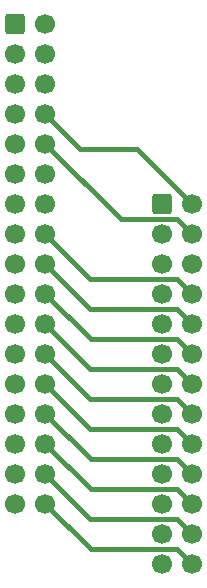
<source format=gbr>
%TF.GenerationSoftware,KiCad,Pcbnew,(6.0.7)*%
%TF.CreationDate,2022-12-30T00:06:57+00:00*%
%TF.ProjectId,CPC464-2MINIDDI3ADAPT,43504334-3634-42d3-924d-494e49444449,rev?*%
%TF.SameCoordinates,Original*%
%TF.FileFunction,Copper,L1,Top*%
%TF.FilePolarity,Positive*%
%FSLAX46Y46*%
G04 Gerber Fmt 4.6, Leading zero omitted, Abs format (unit mm)*
G04 Created by KiCad (PCBNEW (6.0.7)) date 2022-12-30 00:06:57*
%MOMM*%
%LPD*%
G01*
G04 APERTURE LIST*
G04 Aperture macros list*
%AMRoundRect*
0 Rectangle with rounded corners*
0 $1 Rounding radius*
0 $2 $3 $4 $5 $6 $7 $8 $9 X,Y pos of 4 corners*
0 Add a 4 corners polygon primitive as box body*
4,1,4,$2,$3,$4,$5,$6,$7,$8,$9,$2,$3,0*
0 Add four circle primitives for the rounded corners*
1,1,$1+$1,$2,$3*
1,1,$1+$1,$4,$5*
1,1,$1+$1,$6,$7*
1,1,$1+$1,$8,$9*
0 Add four rect primitives between the rounded corners*
20,1,$1+$1,$2,$3,$4,$5,0*
20,1,$1+$1,$4,$5,$6,$7,0*
20,1,$1+$1,$6,$7,$8,$9,0*
20,1,$1+$1,$8,$9,$2,$3,0*%
G04 Aperture macros list end*
%TA.AperFunction,ComponentPad*%
%ADD10RoundRect,0.250000X-0.600000X-0.600000X0.600000X-0.600000X0.600000X0.600000X-0.600000X0.600000X0*%
%TD*%
%TA.AperFunction,ComponentPad*%
%ADD11C,1.700000*%
%TD*%
%TA.AperFunction,Conductor*%
%ADD12C,0.400000*%
%TD*%
G04 APERTURE END LIST*
D10*
%TO.P,CD2,1,Pin_1*%
%TO.N,GND*%
X75996800Y-79730600D03*
D11*
%TO.P,CD2,2,Pin_2*%
%TO.N,fINDEX*%
X78536800Y-79730600D03*
%TO.P,CD2,3,Pin_3*%
%TO.N,GND*%
X75996800Y-82270600D03*
%TO.P,CD2,4,Pin_4*%
%TO.N,fDRIVE0*%
X78536800Y-82270600D03*
%TO.P,CD2,5,Pin_5*%
%TO.N,GND*%
X75996800Y-84810600D03*
%TO.P,CD2,6,Pin_6*%
%TO.N,unconnected-(CD2-Pad6)*%
X78536800Y-84810600D03*
%TO.P,CD2,7,Pin_7*%
%TO.N,GND*%
X75996800Y-87350600D03*
%TO.P,CD2,8,Pin_8*%
%TO.N,fMOTOR1*%
X78536800Y-87350600D03*
%TO.P,CD2,9,Pin_9*%
%TO.N,GND*%
X75996800Y-89890600D03*
%TO.P,CD2,10,Pin_10*%
%TO.N,fDIR*%
X78536800Y-89890600D03*
%TO.P,CD2,11,Pin_11*%
%TO.N,GND*%
X75996800Y-92430600D03*
%TO.P,CD2,12,Pin_12*%
%TO.N,fSTEP*%
X78536800Y-92430600D03*
%TO.P,CD2,13,Pin_13*%
%TO.N,GND*%
X75996800Y-94970600D03*
%TO.P,CD2,14,Pin_14*%
%TO.N,fWDATA*%
X78536800Y-94970600D03*
%TO.P,CD2,15,Pin_15*%
%TO.N,GND*%
X75996800Y-97510600D03*
%TO.P,CD2,16,Pin_16*%
%TO.N,fWGATE*%
X78536800Y-97510600D03*
%TO.P,CD2,17,Pin_17*%
%TO.N,GND*%
X75996800Y-100050600D03*
%TO.P,CD2,18,Pin_18*%
%TO.N,fTRACK0*%
X78536800Y-100050600D03*
%TO.P,CD2,19,Pin_19*%
%TO.N,GND*%
X75996800Y-102590600D03*
%TO.P,CD2,20,Pin_20*%
%TO.N,fWRITEPROT*%
X78536800Y-102590600D03*
%TO.P,CD2,21,Pin_21*%
%TO.N,GND*%
X75996800Y-105130600D03*
%TO.P,CD2,22,Pin_22*%
%TO.N,fREAD*%
X78536800Y-105130600D03*
%TO.P,CD2,23,Pin_23*%
%TO.N,GND*%
X75996800Y-107670600D03*
%TO.P,CD2,24,Pin_24*%
%TO.N,fSIDE1*%
X78536800Y-107670600D03*
%TO.P,CD2,25,Pin_25*%
%TO.N,GND*%
X75996800Y-110210600D03*
%TO.P,CD2,26,Pin_26*%
%TO.N,fREADY*%
X78536800Y-110210600D03*
%TD*%
D10*
%TO.P,CD1,1,Pin_1*%
%TO.N,GND*%
X63550800Y-64465200D03*
D11*
%TO.P,CD1,2,Pin_2*%
%TO.N,unconnected-(CD1-Pad2)*%
X66090800Y-64465200D03*
%TO.P,CD1,3,Pin_3*%
%TO.N,GND*%
X63550800Y-67005200D03*
%TO.P,CD1,4,Pin_4*%
%TO.N,unconnected-(CD1-Pad4)*%
X66090800Y-67005200D03*
%TO.P,CD1,5,Pin_5*%
%TO.N,GND*%
X63550800Y-69545200D03*
%TO.P,CD1,6,Pin_6*%
%TO.N,unconnected-(CD1-Pad6)*%
X66090800Y-69545200D03*
%TO.P,CD1,7,Pin_7*%
%TO.N,GND*%
X63550800Y-72085200D03*
%TO.P,CD1,8,Pin_8*%
%TO.N,fINDEX*%
X66090800Y-72085200D03*
%TO.P,CD1,9,Pin_9*%
%TO.N,GND*%
X63550800Y-74625200D03*
%TO.P,CD1,10,Pin_10*%
%TO.N,fDRIVE0*%
X66090800Y-74625200D03*
%TO.P,CD1,11,Pin_11*%
%TO.N,GND*%
X63550800Y-77165200D03*
%TO.P,CD1,12,Pin_12*%
%TO.N,fDRIVE1*%
X66090800Y-77165200D03*
%TO.P,CD1,13,Pin_13*%
%TO.N,GND*%
X63550800Y-79705200D03*
%TO.P,CD1,14,Pin_14*%
%TO.N,unconnected-(CD1-Pad14)*%
X66090800Y-79705200D03*
%TO.P,CD1,15,Pin_15*%
%TO.N,GND*%
X63550800Y-82245200D03*
%TO.P,CD1,16,Pin_16*%
%TO.N,fMOTOR1*%
X66090800Y-82245200D03*
%TO.P,CD1,17,Pin_17*%
%TO.N,GND*%
X63550800Y-84785200D03*
%TO.P,CD1,18,Pin_18*%
%TO.N,fDIR*%
X66090800Y-84785200D03*
%TO.P,CD1,19,Pin_19*%
%TO.N,GND*%
X63550800Y-87325200D03*
%TO.P,CD1,20,Pin_20*%
%TO.N,fSTEP*%
X66090800Y-87325200D03*
%TO.P,CD1,21,Pin_21*%
%TO.N,GND*%
X63550800Y-89865200D03*
%TO.P,CD1,22,Pin_22*%
%TO.N,fWDATA*%
X66090800Y-89865200D03*
%TO.P,CD1,23,Pin_23*%
%TO.N,GND*%
X63550800Y-92405200D03*
%TO.P,CD1,24,Pin_24*%
%TO.N,fWGATE*%
X66090800Y-92405200D03*
%TO.P,CD1,25,Pin_25*%
%TO.N,GND*%
X63550800Y-94945200D03*
%TO.P,CD1,26,Pin_26*%
%TO.N,fTRACK0*%
X66090800Y-94945200D03*
%TO.P,CD1,27,Pin_27*%
%TO.N,GND*%
X63550800Y-97485200D03*
%TO.P,CD1,28,Pin_28*%
%TO.N,fWRITEPROT*%
X66090800Y-97485200D03*
%TO.P,CD1,29,Pin_29*%
%TO.N,GND*%
X63550800Y-100025200D03*
%TO.P,CD1,30,Pin_30*%
%TO.N,fREAD*%
X66090800Y-100025200D03*
%TO.P,CD1,31,Pin_31*%
%TO.N,GND*%
X63550800Y-102565200D03*
%TO.P,CD1,32,Pin_32*%
%TO.N,fSIDE1*%
X66090800Y-102565200D03*
%TO.P,CD1,33,Pin_33*%
%TO.N,GND*%
X63550800Y-105105200D03*
%TO.P,CD1,34,Pin_34*%
%TO.N,fREADY*%
X66090800Y-105105200D03*
%TD*%
D12*
%TO.N,fREADY*%
X69946200Y-108960600D02*
X66090800Y-105105200D01*
X77286800Y-108960600D02*
X69946200Y-108960600D01*
X78536800Y-110210600D02*
X77286800Y-108960600D01*
%TO.N,fSIDE1*%
X69926200Y-106400600D02*
X66090800Y-102565200D01*
X77266800Y-106400600D02*
X69926200Y-106400600D01*
X78536800Y-107670600D02*
X77266800Y-106400600D01*
%TO.N,fREAD*%
X69946200Y-103880600D02*
X66090800Y-100025200D01*
X77286800Y-103880600D02*
X69946200Y-103880600D01*
X78536800Y-105130600D02*
X77286800Y-103880600D01*
%TO.N,fWRITEPROT*%
X69946200Y-101340600D02*
X66090800Y-97485200D01*
X77286800Y-101340600D02*
X69946200Y-101340600D01*
X78536800Y-102590600D02*
X77286800Y-101340600D01*
%TO.N,fTRACK0*%
X69926200Y-98780600D02*
X66090800Y-94945200D01*
X77266800Y-98780600D02*
X69926200Y-98780600D01*
X78536800Y-100050600D02*
X77266800Y-98780600D01*
%TO.N,fWGATE*%
X77266800Y-96240600D02*
X69926200Y-96240600D01*
X69926200Y-96240600D02*
X66090800Y-92405200D01*
X78536800Y-97510600D02*
X77266800Y-96240600D01*
%TO.N,fWDATA*%
X69926200Y-93700600D02*
X66090800Y-89865200D01*
X77266800Y-93700600D02*
X69926200Y-93700600D01*
X78536800Y-94970600D02*
X77266800Y-93700600D01*
%TO.N,fSTEP*%
X77286800Y-91180600D02*
X69946200Y-91180600D01*
X78536800Y-92430600D02*
X77286800Y-91180600D01*
X69946200Y-91180600D02*
X66090800Y-87325200D01*
%TO.N,fDIR*%
X69926200Y-88620600D02*
X66090800Y-84785200D01*
X77266800Y-88620600D02*
X69926200Y-88620600D01*
X78536800Y-89890600D02*
X77266800Y-88620600D01*
%TO.N,fMOTOR1*%
X69926200Y-86080600D02*
X66090800Y-82245200D01*
X78536800Y-87350600D02*
X77266800Y-86080600D01*
X77266800Y-86080600D02*
X69926200Y-86080600D01*
%TO.N,fDRIVE0*%
X72486200Y-81020600D02*
X66090800Y-74625200D01*
X77286800Y-81020600D02*
X72486200Y-81020600D01*
X78536800Y-82270600D02*
X77286800Y-81020600D01*
%TO.N,fINDEX*%
X69042600Y-75037000D02*
X66090800Y-72085200D01*
X73843200Y-75037000D02*
X69042600Y-75037000D01*
X78536800Y-79730600D02*
X73843200Y-75037000D01*
%TD*%
M02*

</source>
